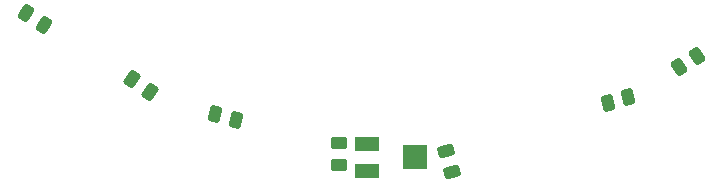
<source format=gbr>
%TF.GenerationSoftware,KiCad,Pcbnew,7.0.9*%
%TF.CreationDate,2025-05-06T13:04:56+09:00*%
%TF.ProjectId,Line_front,4c696e65-5f66-4726-9f6e-742e6b696361,rev?*%
%TF.SameCoordinates,Original*%
%TF.FileFunction,Paste,Top*%
%TF.FilePolarity,Positive*%
%FSLAX46Y46*%
G04 Gerber Fmt 4.6, Leading zero omitted, Abs format (unit mm)*
G04 Created by KiCad (PCBNEW 7.0.9) date 2025-05-06 13:04:56*
%MOMM*%
%LPD*%
G01*
G04 APERTURE LIST*
G04 Aperture macros list*
%AMRoundRect*
0 Rectangle with rounded corners*
0 $1 Rounding radius*
0 $2 $3 $4 $5 $6 $7 $8 $9 X,Y pos of 4 corners*
0 Add a 4 corners polygon primitive as box body*
4,1,4,$2,$3,$4,$5,$6,$7,$8,$9,$2,$3,0*
0 Add four circle primitives for the rounded corners*
1,1,$1+$1,$2,$3*
1,1,$1+$1,$4,$5*
1,1,$1+$1,$6,$7*
1,1,$1+$1,$8,$9*
0 Add four rect primitives between the rounded corners*
20,1,$1+$1,$2,$3,$4,$5,0*
20,1,$1+$1,$4,$5,$6,$7,0*
20,1,$1+$1,$6,$7,$8,$9,0*
20,1,$1+$1,$8,$9,$2,$3,0*%
G04 Aperture macros list end*
%ADD10RoundRect,0.250000X0.024937X-0.520370X0.465239X-0.234434X-0.024937X0.520370X-0.465239X0.234434X0*%
%ADD11RoundRect,0.250000X0.473137X0.218055X0.043082X0.519182X-0.473137X-0.218055X-0.043082X-0.519182X0*%
%ADD12RoundRect,0.250000X-0.504923X0.128294X-0.360213X-0.376368X0.504923X-0.128294X0.360213X0.376368X0*%
%ADD13RoundRect,0.250000X-0.370024X-0.366727X0.137087X-0.502607X0.370024X0.366727X-0.137087X0.502607X0*%
%ADD14R,2.000000X1.300000*%
%ADD15R,2.000000X2.000000*%
%ADD16RoundRect,0.250000X0.450000X-0.262500X0.450000X0.262500X-0.450000X0.262500X-0.450000X-0.262500X0*%
%ADD17RoundRect,0.250000X0.137087X0.502607X-0.370024X0.366727X-0.137087X-0.502607X0.370024X-0.366727X0*%
%ADD18RoundRect,0.250000X0.461076X0.242518X0.015851X0.520725X-0.461076X-0.242518X-0.015851X-0.520725X0*%
G04 APERTURE END LIST*
D10*
%TO.C,R6*%
X170992377Y-44226983D03*
X172522951Y-43233017D03*
%TD*%
D11*
%TO.C,R7*%
X126175140Y-46283388D03*
X124680188Y-45236612D03*
%TD*%
D12*
%TO.C,R1*%
X151246145Y-51352849D03*
X151749183Y-53107151D03*
%TD*%
D13*
%TO.C,R1*%
X131736257Y-48193828D03*
X133499071Y-48666172D03*
%TD*%
D14*
%TO.C,RV2*%
X144597664Y-52980000D03*
D15*
X148597664Y-51830000D03*
D14*
X144597664Y-50680000D03*
%TD*%
D16*
%TO.C,R4*%
X142237664Y-52460000D03*
X142237664Y-50635000D03*
%TD*%
D17*
%TO.C,R5*%
X166700478Y-46737656D03*
X164937664Y-47210000D03*
%TD*%
D18*
%TO.C,R2*%
X117215352Y-40627102D03*
X115667664Y-39660000D03*
%TD*%
M02*

</source>
